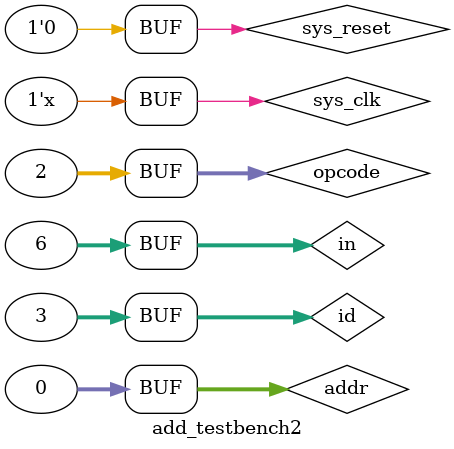
<source format=v>
`timescale 1ns / 1ps


module add_testbench2(

    );
    
    
    
    
    reg sys_clk;
    reg sys_reset;
    reg [32-1:0] opcode;
    reg [32-1:0] id;
    reg [32-1:0] in;
    reg [32-1:0] addr;
   wire [32-1:0] out;
    
    driver u_driver(.clock(sys_clk),
        .reset(sys_reset),
        .opcode(opcode),
        .id(id),
        .in(in),
        .addr(addr),
        .out(out)
    );
    
    initial begin
        sys_clk = 1'b1;
        sys_reset = 1'b1;
        #40
        sys_reset = 1'b0;
        opcode=1;id=1;addr=0;in=5;
        #20
        opcode=1;id=2;addr=0;in=6;
        #20
        opcode=2;id=3;addr=0;
    end
    
    always begin 
        #10
        sys_clk = ~sys_clk;
        
    end
endmodule

</source>
